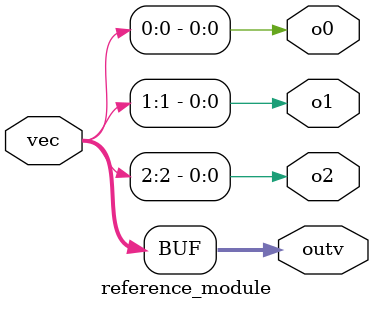
<source format=sv>
module reference_module(
	input [2:0] vec, 
	output [2:0] outv,
	output o2,
	output o1,
	output o0
);
	
	assign outv = vec;
	assign {o2, o1, o0} = vec;
	
endmodule

</source>
